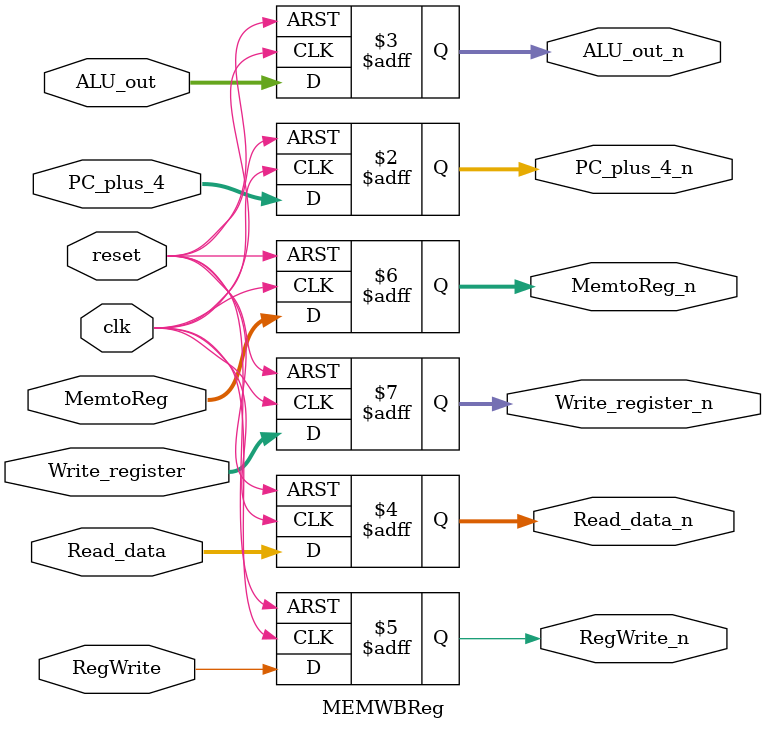
<source format=v>
`timescale 1ns / 1ps

module MEMWBReg(clk, reset, 
					PC_plus_4, RegWrite, MemtoReg, Write_register, ALU_out, Read_data,
					PC_plus_4_n, RegWrite_n, MemtoReg_n, Write_register_n, ALU_out_n, Read_data_n);
	input clk, reset;
	input [31:0] PC_plus_4, ALU_out, Read_data;
	input RegWrite;
	input [1:0] MemtoReg;
	input [4:0] Write_register;

	output reg [31:0] PC_plus_4_n, ALU_out_n, Read_data_n;
	output reg RegWrite_n;
	output reg [1:0] MemtoReg_n;
	output reg [4:0] Write_register_n;
	
	always@(posedge clk or posedge reset)
		begin
			if (reset)
				begin
					PC_plus_4_n <= 32'b0;
					ALU_out_n <= 32'b0;
					Read_data_n <= 32'b0;
					RegWrite_n <= 1'b0;
					MemtoReg_n <= 2'b0;
					Write_register_n <= 5'b0;
				end
			else
				begin
					PC_plus_4_n <= PC_plus_4;
					ALU_out_n <= ALU_out;
					Read_data_n <= Read_data;
					RegWrite_n <= RegWrite;
					MemtoReg_n <= MemtoReg;
					Write_register_n <= Write_register;					
				end
		end

endmodule

</source>
